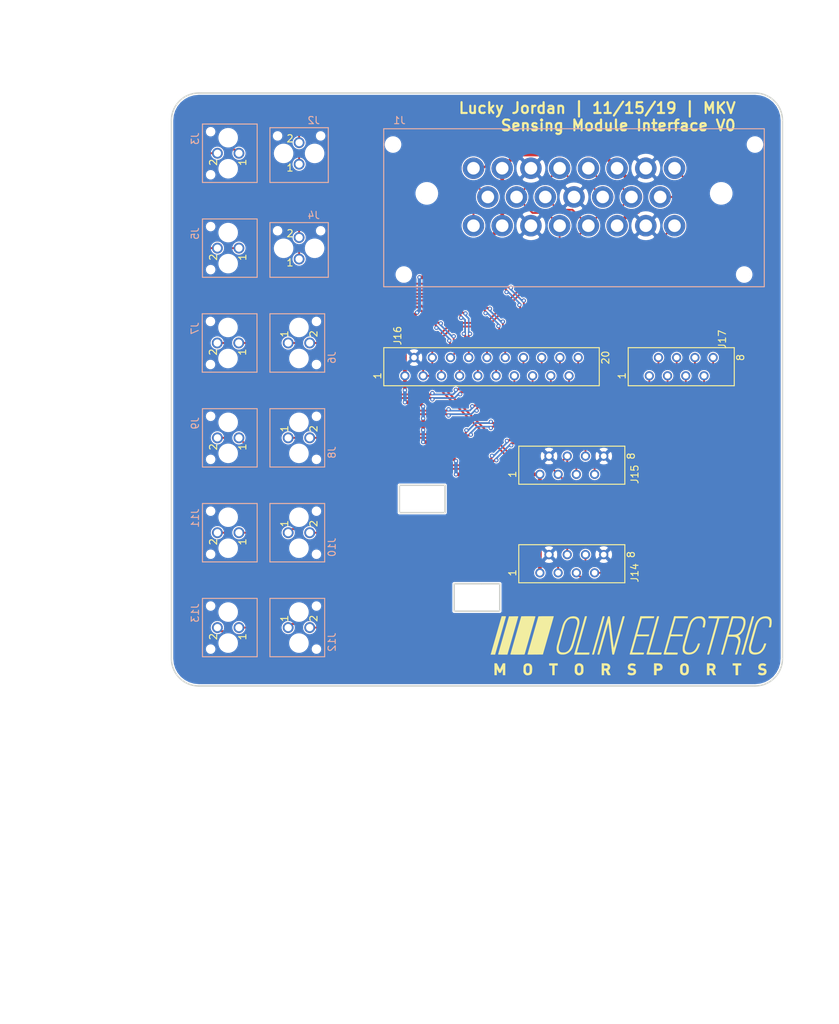
<source format=kicad_pcb>
(kicad_pcb (version 20211014) (generator pcbnew)
  (layers (0 "F.Cu" signal) (31 "B.Cu" signal) (34 "B.Paste" user) (35 "F.Paste" user) (36 "B.SilkS" user "B.Silkscreen") (37 "F.SilkS" user "F.Silkscreen") (38 "B.Mask" user) (39 "F.Mask" user) (44 "Edge.Cuts" user))
  (net 0 "")
  (net 1 "/12V")
  (net 2 "/LINEAR_POT_-")
  (net 3 "/GND")
  (net 4 "/LINEAR_POT_SENSE")
  (net 5 "/LINEAR_POT_+")
  (net 6 "/HALL_EFFECT_-")
  (net 7 "/HALL_EFFECT_SENSE")
  (net 8 "/HALL_EFFECT_+")
  (net 9 "/STRAIN_GAUGE_1_-")
  (net 10 "/STRAIN_GAUGE_1_+")
  (net 11 "/STRAIN_GAUGE_2_+")
  (net 12 "/STRAIN_GAUGE_2_-")
  (net 13 "/STRAIN_GAUGE_3_-")
  (net 14 "/STRAIN_GAUGE_3_+")
  (net 15 "/STRAIN_GAUGE_4_+")
  (net 16 "/STRAIN_GAUGE_4_-")
  (net 17 "/STRAIN_GAUGE_5_-")
  (net 18 "/STRAIN_GAUGE_5_+")
  (net 19 "/STRAIN_GAUGE_6_+")
  (net 20 "/STRAIN_GAUGE_6_-")
  (net 21 "/STRAIN_GAUGE_7_+")
  (net 22 "/STRAIN_GAUGE_7_-")
  (net 23 "/STRAIN_GAUGE_8_-")
  (net 24 "/STRAIN_GAUGE_8_+")
  (net 25 "/STRAIN_GAUGE_9_+")
  (net 26 "/STRAIN_GAUGE_9_-")
  (net 27 "/STRAIN_GAUGE_10_-")
  (net 28 "/STRAIN_GAUGE_10_+")
  (net 29 "/STRAIN_GAUGE_11_+")
  (net 30 "/STRAIN_GAUGE_11_-")
  (net 31 "/STRAIN_GAUGE_12_-")
  (net 32 "/STRAIN_GAUGE_12_+")
  (net 33 "/CAN_P")
  (net 34 "/CAN_N")
  (footprint "footprints:Logo_Large" (layer "F.Cu") (at 150.368 134.112)
    (fp_text reference "G***" hide)
    (fp_text value "LOGO" hide)
  )
  (footprint "footprints:micromatch_female_ra_8" (layer "F.Cu") (at 157.988 96.52 90)
    (fp_text reference "J17")
    (fp_text value "MM_M_VT_08" hide)
  )
  (footprint "footprints:micromatch_female_ra_8" (layer "F.Cu") (at 142.748 123.952 90)
    (fp_text reference "J14")
    (fp_text value "MM_M_VT_08" hide)
  )
  (footprint "footprints:micromatch_female_ra_8" (layer "F.Cu") (at 142.748 110.236 90)
    (fp_text reference "J15")
    (fp_text value "MM_M_VT_08" hide)
  )
  (footprint "footprints:micromatch_female_ra_20" (layer "F.Cu") (at 123.952 96.52 90)
    (fp_text reference "J16")
    (fp_text value "MM_M_VT_20" hide)
  )
  (footprint "footprints:MicroFit_V_2" (layer "B.Cu") (at 102.616 131.572 90)
    (fp_text reference "J12")
    (fp_text value "MicroFit_V_2")
  )
  (footprint "footprints:Ampseal_23" (layer "B.Cu") (at 121.92 71.12)
    (fp_text reference "J1")
    (fp_text value "Ampseal_23_VT")
  )
  (footprint "footprints:MicroFit_V_2" (layer "B.Cu") (at 104.14 80.264 180)
    (fp_text reference "J4")
    (fp_text value "MicroFit_V_2")
  )
  (footprint "footprints:MicroFit_V_2" (layer "B.Cu") (at 95.758 78.74 -90)
    (fp_text reference "J5")
    (fp_text value "MicroFit_V_2")
  )
  (footprint "footprints:MicroFit_V_2" (layer "B.Cu") (at 102.616 91.948 90)
    (fp_text reference "J6")
    (fp_text value "MicroFit_V_2")
  )
  (footprint "footprints:MicroFit_V_2" (layer "B.Cu") (at 95.7326 91.948 -90)
    (fp_text reference "J7")
    (fp_text value "MicroFit_V_2")
  )
  (footprint "footprints:MicroFit_V_2" (layer "B.Cu") (at 102.616 105.156 90)
    (fp_text reference "J8")
    (fp_text value "MicroFit_V_2")
  )
  (footprint "footprints:MicroFit_V_2" (layer "B.Cu") (at 95.758 105.156 -90)
    (fp_text reference "J9")
    (fp_text value "MicroFit_V_2")
  )
  (footprint "footprints:MicroFit_V_2" (layer "B.Cu") (at 102.616 118.364 90)
    (fp_text reference "J10")
    (fp_text value "MicroFit_V_2")
  )
  (footprint "footprints:MicroFit_V_2" (layer "B.Cu") (at 95.758 118.364 -90)
    (fp_text reference "J11")
    (fp_text value "MicroFit_V_2")
  )
  (footprint "footprints:MicroFit_V_2" (layer "B.Cu") (at 95.758 131.572 -90)
    (fp_text reference "J13")
    (fp_text value "MicroFit_V_2")
  )
  (footprint "footprints:MicroFit_V_2" (layer "B.Cu") (at 95.758 65.532 -90)
    (fp_text reference "J3")
    (fp_text value "MicroFit_V_2")
  )
  (footprint "footprints:MicroFit_V_2" (layer "B.Cu") (at 104.14 67.056 180)
    (fp_text reference "J2")
    (fp_text value "MicroFit_V_2")
  )
  (gr_line (start 132.08 125.476) (end 132.08 129.286) (layer "Edge.Cuts") (width 0.2))
  (gr_line (start 125.73 129.286) (end 125.73 125.476) (layer "Edge.Cuts") (width 0.2))
  (gr_line (start 129.54 125.476) (end 132.08 125.476) (layer "Edge.Cuts") (width 0.2))
  (gr_line (start 132.08 129.286) (end 125.73 129.286) (layer "Edge.Cuts") (width 0.2))
  (gr_line (start 125.73 125.476) (end 129.54 125.476) (layer "Edge.Cuts") (width 0.2))
  (gr_line (start 118.11 111.76) (end 121.92 111.76) (layer "Edge.Cuts") (width 0.2))
  (gr_line (start 124.46 115.57) (end 118.11 115.57) (layer "Edge.Cuts") (width 0.2))
  (gr_line (start 121.92 111.76) (end 124.46 111.76) (layer "Edge.Cuts") (width 0.2))
  (gr_line (start 118.11 115.57) (end 118.11 111.76) (layer "Edge.Cuts") (width 0.2))
  (gr_line (start 124.46 111.76) (end 124.46 115.57) (layer "Edge.Cuts") (width 0.2))
  (gr_arc (start 171.449999 135.890001) (mid 170.334076 138.584077) (end 167.64 139.7) (layer "Edge.Cuts") (width 0.2))
  (gr_line (start 167.64 57.15) (end 90.169999 57.15) (layer "Edge.Cuts") (width 0.2))
  (gr_arc (start 90.169999 139.7) (mid 87.475923 138.584076) (end 86.360001 135.89) (layer "Edge.Cuts") (width 0.2))
  (gr_line (start 171.45 135.890001) (end 171.45 60.96) (layer "Edge.Cuts") (width 0.2))
  (gr_line (start 86.36 60.96) (end 86.36 135.890001) (layer "Edge.Cuts") (width 0.2))
  (gr_arc (start 86.36 60.96) (mid 87.475923 58.265923) (end 90.17 57.15) (layer "Edge.Cuts") (width 0.2))
  (gr_arc (start 167.64 57.15) (mid 170.334077 58.265923) (end 171.45 60.96) (layer "Edge.Cuts") (width 0.2))
  (gr_line (start 90.169999 139.7) (end 167.64 139.7) (layer "Edge.Cuts") (width 0.2))
  (gr_text "Lucky Jordan | 11/15/19 | MKV\nSensing Module Interface V0" (at 165.1 60.452) (layer "F.SilkS") (effects (font (size 1.5 1.5) (thickness 0.3)) (justify right)))
  (segment (start 120.566717 87.713283) (end 118.872 89.408) (width 0.508) (layer "F.Cu") (net 1))
  (segment (start 125.984 110.236) (end 137.668 110.236) (width 0.508) (layer "F.Cu") (net 1))
  (segment (start 118.872 96.52) (end 118.872 98.524868) (width 0.508) (layer "F.Cu") (net 1))
  (segment (start 150.326401 73.713599) (end 151.330401 73.713599) (width 0.508) (layer "F.Cu") (net 1))
  (segment (start 146.513599 65.713599) (end 146.920001 66.120001) (width 0.508) (layer "F.Cu") (net 1))
  (segment (start 149.919999 69.119999) (end 148.42 67.62) (width 0.508) (layer "F.Cu") (net 1))
  (segment (start 121.412 102.452714) (end 121.412 104.0678) (width 0.508) (layer "F.Cu") (net 1))
  (segment (start 118.872 100.197268) (end 120.828954 100.197268) (width 0.508) (layer "F.Cu") (net 1))
  (segment (start 146.920001 66.120001) (end 148.42 67.62) (width 0.508) (layer "F.Cu") (net 1))
  (segment (start 132.42 75.62) (end 132.42 67.62) (width 0.508) (layer "F.Cu") (net 1))
  (segment (start 118.872 89.408) (end 118.872 96.52) (width 0.508) (layer "F.Cu") (net 1))
  (segment (start 148.42 75.62) (end 150.326401 73.713599) (width 0.508) (layer "F.Cu") (net 1))
  (segment (start 132.42 75.62) (end 125.236 82.804) (width 0.508) (layer "F.Cu") (net 1))
  (segment (start 123.3404 105.7402) (end 125.984 108.3838) (width 0.508) (layer "F.Cu") (net 1))
  (segment (start 121.412 105.7402) (end 123.3404 105.7402) (width 0.508) (layer "F.Cu") (net 1))
  (segment (start 120.828954 100.197268) (end 121.412 100.780314) (width 0.508) (layer "F.Cu") (net 1))
  (segment (start 137.668 110.236) (end 137.668 123.952) (width 0.508) (layer "F.Cu") (net 1))
  (segment (start 150.741473 69.119999) (end 149.919999 69.119999) (width 0.508) (layer "F.Cu") (net 1))
  (segment (start 132.42 67.62) (end 134.326401 65.713599) (width 0.508) (layer "F.Cu") (net 1))
  (segment (start 134.326401 65.713599) (end 146.513599 65.713599) (width 0.508) (layer "F.Cu") (net 1))
  (segment (start 125.236 82.804) (end 120.904 82.804) (width 0.508) (layer "F.Cu") (net 1))
  (segment (start 152.326401 70.704927) (end 150.741473 69.119999) (width 0.508) (layer "F.Cu") (net 1))
  (segment (start 152.326401 72.717599) (end 152.326401 70.704927) (width 0.508) (layer "F.Cu") (net 1))
  (segment (start 151.330401 73.713599) (end 152.326401 72.717599) (width 0.508) (layer "F.Cu") (net 1))
  (via (at 118.872 98.524868) (size 0.6096) (drill 0.3048) (layers "F.Cu" "B.Cu") (net 1))
  (via (at 120.566717 87.713283) (size 0.6096) (drill 0.3048) (layers "F.Cu" "B.Cu") (net 1))
  (via (at 120.904 82.804) (size 0.6096) (drill 0.3048) (layers "F.Cu" "B.Cu") (net 1))
  (via (at 121.412 100.780314) (size 0.6096) (drill 0.3048) (layers "F.Cu" "B.Cu") (net 1))
  (via (at 125.984 110.236) (size 0.6096) (drill 0.3048) (layers "F.Cu" "B.Cu") (net 1))
  (via (at 125.984 108.3838) (size 0.6096) (drill 0.3048) (layers "F.Cu" "B.Cu") (net 1))
  (via (at 118.872 100.197268) (size 0.6096) (drill 0.3048) (layers "F.Cu" "B.Cu") (net 1))
  (via (at 121.412 105.7402) (size 0.6096) (drill 0.3048) (layers "F.Cu" "B.Cu") (net 1))
  (via (at 121.412 102.452714) (size 0.6096) (drill 0.3048) (layers "F.Cu" "B.Cu") (net 1))
  (via (at 121.412 104.0678) (size 0.6096) (drill 0.3048) (layers "F.Cu" "B.Cu") (net 1))
  (segment (start 120.904 87.376) (end 120.566717 87.713283) (width 0.508) (layer "B.Cu") (net 1))
  (segment (start 118.872 98.524868) (end 118.872 100.197268) (width 0.508) (layer "B.Cu") (net 1))
  (segment (start 121.412 100.780314) (end 121.412 102.452714) (width 0.508) (layer "B.Cu") (net 1))
  (segment (start 125.984 108.3838) (end 125.984 110.236) (width 0.508) (layer "B.Cu") (net 1))
  (segment (start 120.904 82.804) (end 120.904 87.376) (width 0.508) (layer "B.Cu") (net 1))
  (segment (start 121.412 104.0678) (end 121.412 105.7402) (width 0.508) (layer "B.Cu") (net 1))
  (segment (start 145.288 99.1935) (end 145.288 110.236) (width 0.254) (layer "F.Cu") (net 2))
  (segment (start 156.42 67.62) (end 159.004 70.204) (width 0.254) (layer "F.Cu") (net 2))
  (segment (start 155.73282 79.53793) (end 155.732819 88.748681) (width 0.254) (layer "F.Cu") (net 2))
  (segment (start 159.004 76.26675) (end 155.73282 79.53793) (width 0.254) (layer "F.Cu") (net 2))
  (segment (start 155.732819 88.748681) (end 145.288 99.1935) (width 0.254) (layer "F.Cu") (net 2))
  (segment (start 159.004 70.204) (end 159.004 76.26675) (width 0.254) (layer "F.Cu") (net 2))
  (segment (start 158.199401 73.278081) (end 158.199401 76.496599) (width 0.254) (layer "F.Cu") (net 4))
  (segment (start 154.42 71.62) (end 156.54132 71.62) (width 0.254) (layer "F.Cu") (net 4))
  (segment (start 155.32641 88.58034) (end 144.018 99.88875) (width 0.254) (layer "F.Cu") (net 4))
  (segment (start 155.326411 79.369589) (end 155.32641 88.58034) (width 0.254) (layer "F.Cu") (net 4))
  (segment (start 156.54132 71.62) (end 158.199401 73.278081) (width 0.254) (layer "F.Cu") (net 4))
  (segment (start 158.199401 76.496599) (end 155.326411 79.369589) (width 0.254) (layer "F.Cu") (net 4))
  (segment (start 144.018 99.88875) (end 144.018 107.696) (width 0.254) (layer "F.Cu") (net 4))
  (segment (start 154.920001 77.119999) (end 154.920001 88.411999) (width 0.254) (layer "F.Cu") (net 5))
  (segment (start 154.920001 88.411999) (end 143.088599 100.243401) (width 0.254) (layer "F.Cu") (net 5))
  (segment (start 143.088599 108.976163) (end 142.748 109.316762) (width 0.254) (layer "F.Cu") (net 5))
  (segment (start 143.088599 100.243401) (end 143.088599 108.976163) (width 0.254) (layer "F.Cu") (net 5))
  (segment (start 156.42 75.62) (end 154.920001 77.119999) (width 0.254) (layer "F.Cu") (net 5))
  (segment (start 142.748 109.316762) (end 142.748 110.236) (width 0.254) (layer "F.Cu") (net 5))
  (segment (start 156.139229 79.706271) (end 156.139228 88.917022) (width 0.254) (layer "F.Cu") (net 6))
  (segment (start 159.410409 76.435091) (end 156.139229 79.706271) (width 0.254) (layer "F.Cu") (net 6))
  (segment (start 129.786486 67.62) (end 132.226297 65.180189) (width 0.254) (layer "F.Cu") (net 6))
  (segment (start 146.207238 123.952) (end 145.288 123.952) (width 0.254) (layer "F.Cu") (net 6))
  (segment (start 132.226297 65.180189) (end 156.613703 65.180189) (width 0.254) (layer "F.Cu") (net 6))
  (segment (start 156.139228 88.917022) (end 148.336 96.72025) (width 0.254) (layer "F.Cu") (net 6))
  (segment (start 148.336 96.72025) (end 148.336 121.823238) (width 0.254) (layer "F.Cu") (net 6))
  (segment (start 148.336 121.823238) (end 146.207238 123.952) (width 0.254) (layer "F.Cu") (net 6))
  (segment (start 156.613703 65.180189) (end 159.41041 67.976896) (width 0.254) (layer "F.Cu") (net 6))
  (segment (start 159.41041 67.976896) (end 159.410409 76.435091) (width 0.254) (layer "F.Cu") (net 6))
  (segment (start 128.42 67.62) (end 129.786486 67.62) (width 0.254) (layer "F.Cu") (net 6))
  (segment (start 144.018 124.057514) (end 144.018 122.331238) (width 0.254) (layer "F.Cu") (net 7))
  (segment (start 156.545637 89.085363) (end 148.74241 96.88859) (width 0.254) (layer "F.Cu") (net 7))
  (segment (start 128.920001 70.120001) (end 128.286487 70.120001) (width 0.254) (layer "F.Cu") (net 7))
  (segment (start 156.782044 64.77378) (end 159.816819 67.808557) (width 0.254) (layer "F.Cu") (net 7))
  (segment (start 159.816818 76.603432) (end 156.545638 79.874612) (width 0.254) (layer "F.Cu") (net 7))
  (segment (start 126.640599 66.765887) (end 128.632707 64.773779) (width 0.254) (layer "F.Cu") (net 7))
  (segment (start 148.742409 121.991579) (end 145.852587 124.881401) (width 0.254) (layer "F.Cu") (net 7))
  (segment (start 144.841887 124.881401) (end 144.018 124.057514) (width 0.254) (layer "F.Cu") (net 7))
  (segment (start 128.286487 70.120001) (end 126.640599 68.474113) (width 0.254) (layer "F.Cu") (net 7))
  (segment (start 148.74241 96.88859) (end 148.742409 121.991579) (width 0.254) (layer "F.Cu") (net 7))
  (segment (start 159.816819 67.808557) (end 159.816818 76.603432) (width 0.254) (layer "F.Cu") (net 7))
  (segment (start 128.632707 64.773779) (end 156.782044 64.77378) (width 0.254) (layer "F.Cu") (net 7))
  (segment (start 126.640599 68.474113) (end 126.640599 66.765887) (width 0.254) (layer "F.Cu") (net 7))
  (segment (start 144.018 122.331238) (end 144.018 121.412) (width 0.254) (layer "F.Cu") (net 7))
  (segment (start 145.852587 124.881401) (end 144.841887 124.881401) (width 0.254) (layer "F.Cu") (net 7))
  (segment (start 156.545638 79.874612) (end 156.545637 89.085363) (width 0.254) (layer "F.Cu") (net 7))
  (segment (start 130.42 71.62) (end 128.920001 70.120001) (width 0.254) (layer "F.Cu") (net 7))
  (segment (start 143.397999 124.601999) (end 142.748 123.952) (width 0.254) (layer "F.Cu") (net 8))
  (segment (start 156.972 88.9) (end 156.952047 88.919953) (width 0.254) (layer "F.Cu") (net 8))
  (segment (start 156.950385 64.367371) (end 160.223228 67.640218) (width 0.254) (layer "F.Cu") (net 8))
  (segment (start 149.148819 97.056931) (end 149.148818 122.15992) (width 0.254) (layer "F.Cu") (net 8))
  (segment (start 149.148818 122.15992) (end 146.020927 125.287811) (width 0.254) (layer "F.Cu") (net 8))
  (segment (start 160.223228 67.640218) (end 160.223227 76.771773) (width 0.254) (layer "F.Cu") (net 8))
  (segment (start 156.972 80.023) (end 156.972 88.9) (width 0.254) (layer "F.Cu") (net 8))
  (segment (start 128.464368 64.36737) (end 156.950385 64.367371) (width 0.254) (layer "F.Cu") (net 8))
  (segment (start 146.020927 125.287811) (end 144.083811 125.287811) (width 0.254) (layer "F.Cu") (net 8))
  (segment (start 144.083811 125.287811) (end 143.397999 124.601999) (width 0.254) (layer "F.Cu") (net 8))
  (segment (start 128.42 73.49868) (end 126.234189 71.312869) (width 0.254) (layer "F.Cu") (net 8))
  (segment (start 128.42 75.62) (end 128.42 73.49868) (width 0.254) (layer "F.Cu") (net 8))
  (segment (start 156.952046 89.253704) (end 149.148819 97.056931) (width 0.254) (layer "F.Cu") (net 8))
  (segment (start 126.23419 66.597546) (end 128.464368 64.36737) (width 0.254) (layer "F.Cu") (net 8))
  (segment (start 156.952047 88.919953) (end 156.952046 89.253704) (width 0.254) (layer "F.Cu") (net 8))
  (segment (start 126.234189 71.312869) (end 126.23419 66.597546) (width 0.254) (layer "F.Cu") (net 8))
  (segment (start 160.223227 76.771773) (end 156.972 80.023) (width 0.254) (layer "F.Cu") (net 8))
  (segment (start 104.14 64.0588) (end 104.14 62.332382) (width 0.254) (layer "F.Cu") (net 9))
  (segment (start 89.905086 85.79121) (end 94.275592 85.79121) (width 0.254) (layer "F.Cu") (net 9))
  (segment (start 120.822986 86.430604) (end 123.617269 89.224887) (width 0.254) (layer "F.Cu") (net 9))
  (segment (start 94.275597 85.791205) (end 116.335191 85.791205) (width 0.254) (layer "F.Cu") (net 9))
  (segment (start 94.275592 85.79121) (end 94.275597 85.791205) (width 0.254) (layer "F.Cu") (net 9))
  (segment (start 104.14 62.332382) (end 102.765618 60.958) (width 0.254) (layer "F.Cu") (net 9))
  (segment (start 102.765618 60.958) (end 91.036382 60.958) (width 0.254) (layer "F.Cu") (net 9))
  (segment (start 125.659113 92.535045) (end 125.871999 92.747931) (width 0.254) (layer "F.Cu") (net 9))
  (segment (start 125.871999 92.747931) (end 125.871999 93.330001) (width 0.254) (layer "F.Cu") (net 9))
  (segment (start 116.335191 85.791205) (end 116.97459 86.430604) (width 0.254) (layer "F.Cu") (net 9))
  (segment (start 125.871999 93.330001) (end 125.222 93.98) (width 0.254) (layer "F.Cu") (net 9))
  (segment (start 116.97459 86.430604) (end 120.822986 86.430604) (width 0.254) (layer "F.Cu") (net 9))
  (segment (start 125.659113 91.015283) (end 125.659113 92.535045) (width 0.254) (layer "F.Cu") (net 9))
  (segment (start 87.8392 64.155182) (end 87.8392 83.725324) (width 0.254) (layer "F.Cu") (net 9))
  (segment (start 123.617269 89.224887) (end 123.868717 89.224887) (width 0.254) (layer "F.Cu") (net 9))
  (segment (start 91.036382 60.958) (end 87.8392 64.155182) (width 0.254) (layer "F.Cu") (net 9))
  (segment (start 87.8392 83.725324) (end 89.905086 85.79121) (width 0.254) (layer "F.Cu") (net 9))
  (via (at 123.868717 89.224887) (size 0.6096) (drill 0.3048) (layers "F.Cu" "B.Cu") (net 9))
  (via (at 125.659113 91.015283) (size 0.6096) (drill 0.3048) (layers "F.Cu" "B.Cu") (net 9))
  (segment (start 123.868717 89.224887) (end 123.868717 89.476335) (width 0.254) (layer "B.Cu") (net 9))
  (segment (start 125.407665 91.015283) (end 125.659113 91.015283) (width 0.254) (layer "B.Cu") (net 9))
  (segment (start 123.868717 89.476335) (end 125.407665 91.015283) (width 0.254) (layer "B.Cu") (net 9))
  (segment (start 116.765831 86.934595) (end 116.126441 86.295205) (width 0.254) (layer "F.Cu") (net 10))
  (segment (start 94.066819 86.295201) (end 89.696313 86.295201) (width 0.254) (layer "F.Cu") (net 10))
  (segment (start 123.952 95.600762) (end 123.952 96.52) (width 0.254) (layer "F.Cu") (net 10))
  (segment (start 123.260887 89.832717) (end 123.260887 89.581269) (width 0.254) (layer "F.Cu") (net 10))
  (segment (start 87.3352 83.934088) (end 87.3352 63.946418) (width 0.254) (layer "F.Cu") (net 10))
  (segment (start 105.181401 64.558673) (end 104.14 65.600074) (width 0.254) (layer "F.Cu") (net 10))
  (segment (start 105.181401 62.661019) (end 105.181401 64.558673) (width 0.254) (layer "F.Cu") (net 10))
  (segment (start 87.3352 63.946418) (end 90.827618 60.454) (width 0.254) (layer "F.Cu") (net 10))
  (segment (start 120.614213 86.934595) (end 116.765831 86.934595) (width 0.254) (layer "F.Cu") (net 10))
  (segment (start 89.696313 86.295201) (end 87.3352 83.934088) (width 0.254) (layer "F.Cu") (net 10))
  (segment (start 125.051283 91.623113) (end 125.155113 91.726943) (width 0.254) (layer "F.Cu") (net 10))
  (segment (start 104.14 65.600074) (end 104.14 65.97837) (width 0.254) (layer "F.Cu") (net 10))
  (segment (start 123.952 93.874486) (end 123.952 95.600762) (width 0.254) (layer "F.Cu") (net 10))
  (segment (start 94.066823 86.295205) (end 94.066819 86.295201) (width 0.254) (layer "F.Cu") (net 10))
  (segment (start 125.155113 92.671373) (end 123.952 93.874486) (width 0.254) (layer "F.Cu") (net 10))
  (segment (start 102.974382 60.454) (end 105.181401 62.661019) (width 0.254) (layer "F.Cu") (net 10))
  (segment (start 104.14 65.97837) (end 104.14 67.056) (width 0.254) (layer "F.Cu") (net 10))
  (segment (start 125.155113 91.726943) (end 125.155113 92.671373) (width 0.254) (layer "F.Cu") (net 10))
  (segment (start 116.126441 86.295205) (end 94.066823 86.295205) (width 0.254) (layer "F.Cu") (net 10))
  (segment (start 123.260887 89.581269) (end 120.614213 86.934595) (width 0.254) (layer "F.Cu") (net 10))
  (segment (start 90.827618 60.454) (end 102.974382 60.454) (width 0.254) (layer "F.Cu") (net 10))
  (via (at 123.260887 89.832717) (size 0.6096) (drill 0.3048) (layers "F.Cu" "B.Cu") (net 10))
  (via (at 125.051283 91.623113) (size 0.6096) (drill 0.3048) (layers "F.Cu" "B.Cu") (net 10))
  (segment (start 123.512335 89.832717) (end 125.051283 91.371665) (width 0.254) (layer "B.Cu") (net 10))
  (segment (start 125.051283 91.371665) (end 125.051283 91.623113) (width 0.254) (layer "B.Cu") (net 10))
  (segment (start 123.260887 89.832717) (end 123.512335 89.832717) (width 0.254) (layer "B.Cu") (net 10))
  (segment (start 127.0782 90.674) (end 127.256 90.8518) (width 0.254) (layer "F.Cu") (net 11))
  (segment (start 126.696085 88.194467) (end 124.525816 86.024198) (width 0.254) (layer "F.Cu") (net 11))
  (segment (start 93.192599 64.490599) (end 93.726 65.024) (width 0.254) (layer "F.Cu") (net 11))
  (segment (start 95.25 65.024) (end 95.758 65.532) (width 0.254) (layer "F.Cu") (net 11))
  (segment (start 123.767816 86.024198) (end 123.767812 86.024194) (width 0.254) (layer "F.Cu") (net 11))
  (segment (start 90.073414 85.3848) (end 88.2456 83.556986) (width 0.254) (layer "F.Cu") (net 11))
  (segment (start 126.492 93.874486) (end 126.492 95.600762) (width 0.254) (layer "F.Cu") (net 11))
  (segment (start 91.617019 64.490599) (end 93.192599 64.490599) (width 0.254) (layer "F.Cu") (net 11))
  (segment (start 88.2456 67.862018) (end 91.617019 64.490599) (width 0.254) (layer "F.Cu") (net 11))
  (segment (start 117.14293 86.024194) (end 116.503536 85.3848) (width 0.254) (layer "F.Cu") (net 11))
  (segment (start 93.726 65.024) (end 95.25 65.024) (width 0.254) (layer "F.Cu") (net 11))
  (segment (start 126.492 95.600762) (end 126.492 96.52) (width 0.254) (layer "F.Cu") (net 11))
  (segment (start 123.767812 86.024194) (end 117.14293 86.024194) (width 0.254) (layer "F.Cu") (net 11))
  (segment (start 116.503536 85.3848) (end 90.073414 85.3848) (width 0.254) (layer "F.Cu") (net 11))
  (segment (start 127.256 90.8518) (end 127.256 93.110486) (width 0.254) (layer "F.Cu") (net 11))
  (segment (start 126.696085 88.445915) (end 126.696085 88.194467) (width 0.254) (layer "F.Cu") (net 11))
  (segment (start 88.2456 83.556986) (end 88.2456 67.862018) (width 0.254) (layer "F.Cu") (net 11))
  (segment (start 124.525816 86.024198) (end 123.767816 86.024198) (width 0.254) (layer "F.Cu") (net 11))
  (segment (start 127.256 93.110486) (end 126.492 93.874486) (width 0.254) (layer "F.Cu") (net 11))
  (via (at 126.696085 88.445915) (size 0.6096) (drill 0.3048) (layers "F.Cu" "B.Cu") (net 11))
  (via (at 127.0782 90.674) (size 0.6096) (drill 0.3048) (layers "F.Cu" "B.Cu") (net 11))
  (segment (start 127.256 90.4962) (end 127.0782 90.674) (width 0.254) (layer "B.Cu") (net 11))
  (segment (start 127.256 88.754382) (end 127.256 90.4962) (width 0.254) (layer "B.Cu") (net 11))
  (segment (start 126.696085 88.445915) (end 126.947533 88.445915) (width 0.254) (layer "B.Cu") (net 11))
  (segment (start 126.947533 88.445915) (end 127.256 88.754382) (width 0.254) (layer "B.Cu") (net 11))
  (segment (start 116.712286 84.8808) (end 90.282178 84.8808) (width 0.254) (layer "F.Cu") (net 12))
  (segment (start 117.351689 85.520203) (end 116.712286 84.8808) (width 0.254) (layer "F.Cu") (net 12))
  (segment (start 91.288382 65.532) (end 92.7608 65.532) (width 0.254) (layer "F.Cu") (net 12))
  (segment (start 123.97659 85.520198) (end 123.976585 85.520203) (width 0.254) (layer "F.Cu") (net 12))
  (segment (start 88.7496 83.348222) (end 88.7496 68.070782) (width 0.254) (layer "F.Cu") (net 12))
  (segment (start 127.9378 90.674) (end 127.76 90.8518) (width 0.254) (layer "F.Cu") (net 12))
  (segment (start 88.7496 68.070782) (end 91.288382 65.532) (width 0.254) (layer "F.Cu") (net 12))
  (segment (start 123.976585 85.520203) (end 117.351689 85.520203) (width 0.254) (layer "F.Cu") (net 12))
  (segment (start 127.76 90.8518) (end 127.76 92.456) (width 0.254) (layer "F.Cu") (net 12))
  (segment (start 127.052467 87.838085) (end 124.73458 85.520198) (width 0.254) (layer "F.Cu") (net 12))
  (segment (start 90.282178 84.8808) (end 88.7496 83.348222) (width 0.254) (layer "F.Cu") (net 12))
  (segment (start 127.762 92.458) (end 127.76 92.456) (width 0.254) (layer "F.Cu") (net 12))
  (segment (start 127.303915 87.838085) (end 127.052467 87.838085) (width 0.254) (layer "F.Cu") (net 12))
  (segment (start 127.762 93.98) (end 127.762 92.458) (width 0.254) (layer "F.Cu") (net 12))
  (segment (start 124.73458 85.520198) (end 123.97659 85.520198) (width 0.254) (layer "F.Cu") (net 12))
  (via (at 127.303915 87.838085) (size 0.6096) (drill 0.3048) (layers "F.Cu" "B.Cu") (net 12))
  (via (at 127.9378 90.674) (size 0.6096) (drill 0.3048) (layers "F.Cu" "B.Cu") (net 12))
  (segment (start 127.303915 87.838085) (end 127.303915 88.089533) (width 0.254) (layer "B.Cu") (net 12))
  (segment (start 127.76 90.4962) (end 127.9378 90.674) (width 0.254) (layer "B.Cu") (net 12))
  (segment (start 127.76 88.545618) (end 127.76 90.4962) (width 0.254) (layer "B.Cu") (net 12))
  (segment (start 127.303915 88.089533) (end 127.76 88.545618) (width 0.254) (layer "B.Cu") (net 12))
  (segment (start 90.65928 83.9704) (end 89.66 82.97112) (width 0.254) (layer "F.Cu") (net 13))
  (segment (start 91.544382 74.166) (end 102.511618 74.166) (width 0.254) (layer "F.Cu") (net 13))
  (segment (start 130.302 93.98) (end 130.302 93.060762) (width 0.254) (layer "F.Cu") (net 13))
  (segment (start 126.114189 84.609797) (end 126.114184 84.609802) (width 0.254) (layer "F.Cu") (net 13))
  (segment (start 102.511618 74.166) (end 104.14 75.794382) (width 0.254) (layer "F.Cu") (net 13))
  (segment (start 104.14 75.794382) (end 104.14 77.2668) (width 0.254) (layer "F.Cu") (net 13))
  (segment (start 132.507269 88.980731) (end 132.507269 90.861113) (width 0.254) (layer "F.Cu") (net 13))
  (segment (start 117.089386 83.9704) (end 90.65928 83.9704) (width 0.254) (layer "F.Cu") (net 13))
  (segment (start 89.66 76.050382) (end 91.544382 74.166) (width 0.254) (layer "F.Cu") (net 13))
  (segment (start 132.507269 90.861113) (end 130.734191 92.634191) (width 0.254) (layer "F.Cu") (net 13))
  (segment (start 117.728788 84.609802) (end 117.089386 83.9704) (width 0.254) (layer "F.Cu") (net 13))
  (segment (start 130.70988 87.183342) (end 130.458432 87.183342) (width 0.254) (layer "F.Cu") (net 13))
  (segment (start 126.114184 84.609802) (end 117.728788 84.609802) (width 0.254) (layer "F.Cu") (net 13))
  (segment (start 130.302 93.060762) (end 130.728571 92.634191) (width 0.254) (layer "F.Cu") (net 13))
  (segment (start 130.458432 87.183342) (end 127.884887 84.609797) (width 0.254) (layer "F.Cu") (net 13))
  (segment (start 89.66 82.97112) (end 89.66 76.050382) (width 0.254) (layer "F.Cu") (net 13))
  (segment (start 127.884887 84.609797) (end 126.114189 84.609797) (width 0.254) (layer "F.Cu") (net 13))
  (segment (start 130.728571 92.634191) (end 130.734191 92.634191) (width 0.254) (layer "F.Cu") (net 13))
  (via (at 132.507269 88.980731) (size 0.6096) (drill 0.3048) (layers "F.Cu" "B.Cu") (net 13))
  (via (at 130.70988 87.183342) (size 0.6096) (drill 0.3048) (layers "F.Cu" "B.Cu") (net 13))
  (segment (start 130.70988 87.183342) (end 130.70988 87.43479) (width 0.254) (layer "B.Cu") (net 13))
  (segment (start 132.255821 88.980731) (end 132.507269 88.980731) (width 0.254) (layer "B.Cu") (net 13))
  (segment (start 130.70988 87.43479) (end 132.255821 88.980731) (width 0.254) (layer "B.Cu") (net 13))
  (segment (start 132.003269 90.652349) (end 129.032 93.623618) (width 0.254) (layer "F.Cu") (net 14))
  (segment (start 105.181401 76.123019) (end 105.181401 77.698599) (width 0.254) (layer "F.Cu") (net 14))
  (segment (start 91.335618 73.662) (end 102.720382 73.662) (width 0.254) (layer "F.Cu") (net 14))
  (segment (start 130.10205 87.791172) (end 130.10205 87.539724) (width 0.254) (layer "F.Cu") (net 14))
  (segment (start 127.676123 85.113797) (end 125.905415 85.113797) (width 0.254) (layer "F.Cu") (net 14))
  (segment (start 130.10205 87.539724) (end 127.676123 85.113797) (width 0.254) (layer "F.Cu") (net 14))
  (segment (start 104.14 78.74) (end 104.14 80.264) (width 0.254) (layer "F.Cu") (net 14))
  (segment (start 132.003269 89.692391) (end 132.003269 90.652349) (width 0.254) (layer "F.Cu") (net 14))
  (segment (start 90.450516 84.4744) (end 89.156 83.179884) (width 0.254) (layer "F.Cu") (net 14))
  (segment (start 89.156 75.841618) (end 91.335618 73.662) (width 0.254) (layer "F.Cu") (net 14))
  (segment (start 116.880636 84.4744) (end 90.450516 84.4744) (width 0.254) (layer "F.Cu") (net 14))
  (segment (start 105.181401 77.698599) (end 104.14 78.74) (width 0.254) (layer "F.Cu") (net 14))
  (segment (start 89.156 83.179884) (end 89.156 75.841618) (width 0.254) (layer "F.Cu") (net 14))
  (segment (start 117.520029 85.113793) (end 116.880636 84.4744) (width 0.254) (layer "F.Cu") (net 14))
  (segment (start 125.905411 85.113793) (end 117.520029 85.113793) (width 0.254) (layer "F.Cu") (net 14))
  (segment (start 102.720382 73.662) (end 105.181401 76.123019) (width 0.254) (layer "F.Cu") (net 14))
  (segment (start 131.899439 89.588561) (end 132.003269 89.692391) (width 0.254) (layer "F.Cu") (net 14))
  (segment (start 129.032 93.623618) (end 129.032 96.52) (width 0.254) (layer "F.Cu") (net 14))
  (segment (start 125.905415 85.113797) (end 125.905411 85.113793) (width 0.254) (layer "F.Cu") (net 14))
  (via (at 130.10205 87.791172) (size 0.6096) (drill 0.3048) (layers "F.Cu" "B.Cu") (net 14))
  (via (at 131.899439 89.588561) (size 0.6096) (drill 0.3048) (layers "F.Cu" "B.Cu") (net 14))
  (segment (start 130.353498 87.791172) (end 131.899439 89.337113) (width 0.254) (layer "B.Cu") (net 14))
  (segment (start 131.899439 89.337113) (end 131.899439 89.588561) (width 0.254) (layer "B.Cu") (net 14))
  (segment (start 130.10205 87.791172) (end 130.353498 87.791172) (width 0.254) (layer "B.Cu") (net 14))
  (segment (start 91.871019 77.698599) (end 93.192599 77.698599) (width 0.254) (layer "F.Cu") (net 15))
  (segment (start 93.192599 77.698599) (end 94.234 78.74) (width 0.254) (layer "F.Cu") (net 15))
  (segment (start 117.897128 84.203392) (end 117.257736 83.564) (width 0.254) (layer "F.Cu") (net 15))
  (segment (start 132.61501 84.203392) (end 117.897128 84.203392) (width 0.254) (layer "F.Cu") (net 15))
  (segment (start 133.026696 84.866526) (end 133.026696 84.615078) (width 0.254) (layer "F.Cu") (net 15))
  (segment (start 90.172 82.908382) (end 90.172 79.397618) (width 0.254) (layer "F.Cu") (net 15))
  (segment (start 134.920922 86.760752) (end 134.920922 89.748443) (width 0.254) (layer "F.Cu") (net 15))
  (segment (start 133.707627 90.979991) (end 131.572 93.115618) (width 0.254) (layer "F.Cu") (net 15))
  (segment (start 133.026696 84.615078) (end 132.61501 84.203392) (width 0.254) (layer "F.Cu") (net 15))
  (segment (start 133.707627 90.961738) (end 133.707627 90.979991) (width 0.254) (layer "F.Cu") (net 15))
  (segment (start 131.572 93.115618) (end 131.572 96.52) (width 0.254) (layer "F.Cu") (net 15))
  (segment (start 134.920922 89.748443) (end 133.707627 90.961738) (width 0.254) (layer "F.Cu") (net 15))
  (segment (start 94.234 78.74) (end 95.758 78.74) (width 0.254) (layer "F.Cu") (net 15))
  (segment (start 134.817092 86.656922) (end 134.920922 86.760752) (width 0.254) (layer "F.Cu") (net 15))
  (segment (start 90.827618 83.564) (end 90.172 82.908382) (width 0.254) (layer "F.Cu") (net 15))
  (segment (start 117.257736 83.564) (end 90.827618 83.564) (width 0.254) (layer "F.Cu") (net 15))
  (segment (start 90.172 79.397618) (end 91.871019 77.698599) (width 0.254) (layer "F.Cu") (net 15))
  (via (at 134.817092 86.656922) (size 0.6096) (drill 0.3048) (layers "F.Cu" "B.Cu") (net 15))
  (via (at 133.026696 84.866526) (size 0.6096) (drill 0.3048) (layers "F.Cu" "B.Cu") (net 15))
  (segment (start 133.026696 84.866526) (end 133.278144 84.866526) (width 0.254) (layer "B.Cu") (net 15))
  (segment (start 133.278144 84.866526) (end 134.817092 86.405474) (width 0.254) (layer "B.Cu") (net 15))
  (segment (start 134.817092 86.405474) (end 134.817092 86.656922) (width 0.254) (layer "B.Cu") (net 15))
  (segment (start 91.036382 83.06) (end 90.676 82.699618) (width 0.254) (layer "F.Cu") (net 16))
  (segment (start 133.383078 84.258696) (end 132.823783 83.699401) (width 0.254) (layer "F.Cu") (net 16))
  (segment (start 133.634526 84.258696) (end 133.383078 84.258696) (width 0.254) (layer "F.Cu") (net 16))
  (segment (start 91.542382 78.74) (end 92.7608 78.74) (width 0.254) (layer "F.Cu") (net 16))
  (segment (start 90.676 79.606382) (end 91.542382 78.74) (width 0.254) (layer "F.Cu") (net 16))
  (segment (start 132.842 92.558382) (end 133.646922 91.75346) (width 0.254) (layer "F.Cu") (net 16))
  (segment (start 135.424922 89.957207) (end 135.424922 86.049092) (width 0.254) (layer "F.Cu") (net 16))
  (segment (start 118.105887 83.699401) (end 117.466486 83.06) (width 0.254) (layer "F.Cu") (net 16))
  (segment (start 132.823783 83.699401) (end 118.105887 83.699401) (width 0.254) (layer "F.Cu") (net 16))
  (segment (start 132.842 93.98) (end 132.842 92.558382) (width 0.254) (layer "F.Cu") (net 16))
  (segment (start 90.676 82.699618) (end 90.676 79.606382) (width 0.254) (layer "F.Cu") (net 16))
  (segment (start 117.466486 83.06) (end 91.036382 83.06) (width 0.254) (layer "F.Cu") (net 16))
  (segment (start 133.646922 91.75346) (end 133.646922 91.735207) (width 0.254) (layer "F.Cu") (net 16))
  (segment (start 133.646922 91.735207) (end 135.424922 89.957207) (width 0.254) (layer "F.Cu") (net 16))
  (via (at 133.634526 84.258696) (size 0.6096) (drill 0.3048) (layers "F.Cu" "B.Cu") (net 16))
  (via (at 135.424922 86.049092) (size 0.6096) (drill 0.3048) (layers "F.Cu" "B.Cu") (net 16))
  (segment (start 133.634526 84.510144) (end 135.173474 86.049092) (width 0.254) (layer "B.Cu") (net 16))
  (segment (start 133.634526 84.258696) (end 133.634526 84.510144) (width 0.254) (layer "B.Cu") (net 16))
  (segment (start 135.173474 86.049092) (end 135.424922 86.049092) (width 0.254) (layer "B.Cu") (net 16))
  (segment (start 126.571165 98.829217) (end 126.596382 98.804) (width 0.254) (layer "F.Cu") (net 17))
  (segment (start 135.382 97.60475) (end 135.382 94.899238) (width 0.254) (layer "F.Cu") (net 17))
  (segment (start 134.18275 98.804) (end 135.382 97.60475) (width 0.254) (layer "F.Cu") (net 17))
  (segment (start 122.69604 99.790868) (end 122.51824 99.613068) (width 0.254) (layer "F.Cu") (net 17))
  (segment (start 126.571165 99.080665) (end 126.571165 98.829217) (width 0.254) (layer "F.Cu") (net 17))
  (segment (start 122.51824 99.613068) (end 114.496686 99.613068) (width 0.254) (layer "F.Cu") (net 17))
  (segment (start 126.596382 98.804) (end 134.18275 98.804) (width 0.254) (layer "F.Cu") (net 17))
  (segment (start 114.496686 99.613068) (end 106.831618 91.948) (width 0.254) (layer "F.Cu") (net 17))
  (segment (start 135.382 94.899238) (end 135.382 93.98) (width 0.254) (layer "F.Cu") (net 17))
  (segment (start 106.831618 91.948) (end 105.6132 91.948) (width 0.254) (layer "F.Cu") (net 17))
  (via (at 126.571165 99.080665) (size 0.6096) (drill 0.3048) (layers "F.Cu" "B.Cu") (net 17))
  (via (at 122.69604 99.790868) (size 0.6096) (drill 0.3048) (layers "F.Cu" "B.Cu") (net 17))
  (segment (start 125.787314 99.613068) (end 126.319717 99.080665) (width 0.254) (layer "B.Cu") (net 17))
  (segment (start 122.69604 99.790868) (end 122.87384 99.613068) (width 0.254) (layer "B.Cu") (net 17))
  (segment (start 122.87384 99.613068) (end 125.787314 99.613068) (width 0.254) (layer "B.Cu") (net 17))
  (segment (start 126.319717 99.080665) (end 126.571165 99.080665) (width 0.254) (layer "B.Cu") (net 17))
  (segment (start 125.963335 98.472835) (end 126.214783 98.472835) (width 0.254) (layer "F.Cu") (net 18))
  (segment (start 103.69363 91.948) (end 102.616 91.948) (width 0.254) (layer "F.Cu") (net 18))
  (segment (start 126.387618 98.3) (end 134.112 98.3) (width 0.254) (layer "F.Cu") (net 18))
  (segment (start 134.112 98.3) (end 134.112 96.52) (width 0.254) (layer "F.Cu") (net 18))
  (segment (start 126.214783 98.472835) (end 126.387618 98.3) (width 0.254) (layer "F.Cu") (net 18))
  (segment (start 106.364967 90.906599) (end 105.181401 90.906599) (width 0.254) (layer "F.Cu") (net 18))
  (segment (start 104.14 91.948) (end 103.69363 91.948) (width 0.254) (layer "F.Cu") (net 18))
  (segment (start 107.366191 91.769809) (end 107.228177 91.769809) (width 0.254) (layer "F.Cu") (net 18))
  (segment (start 107.228177 91.769809) (end 106.364967 90.906599) (width 0.254) (layer "F.Cu") (net 18))
  (segment (start 105.181401 90.906599) (end 104.14 91.948) (width 0.254) (layer "F.Cu") (net 18))
  (segment (start 122.69604 98.931268) (end 122.51824 99.109068) (width 0.254) (layer "F.Cu") (net 18))
  (segment (start 122.51824 99.109068) (end 114.70545 99.109068) (width 0.254) (layer "F.Cu") (net 18))
  (segment (start 114.70545 99.109068) (end 107.366191 91.769809) (width 0.254) (layer "F.Cu") (net 18))
  (via (at 125.963335 98.472835) (size 0.6096) (drill 0.3048) (layers "F.Cu" "B.Cu") (net 18))
  (via (at 122.69604 98.931268) (size 0.6096) (drill 0.3048) (layers "F.Cu" "B.Cu") (net 18))
  (segment (start 122.69604 98.931268) (end 122.87384 99.109068) (width 0.254) (layer "B.Cu") (net 18))
  (segment (start 125.57855 99.109068) (end 125.963335 98.724283) (width 0.254) (layer "B.Cu") (net 18))
  (segment (start 125.963335 98.724283) (end 125.963335 98.472835) (width 0.254) (layer "B.Cu") (net 18))
  (segment (start 122.87384 99.109068) (end 125.57855 99.109068) (width 0.254) (layer "B.Cu") (net 18))
  (segment (start 136.908 98.044) (end 136.652 97.788) (width 0.254) (layer "F.Cu") (net 19))
  (segment (start 97.384382 91.948) (end 102.974382 97.538) (width 0.254) (layer "F.Cu") (net 19))
  (segment (start 136.652 97.788) (end 136.652 96.52) (width 0.254) (layer "F.Cu") (net 19))
  (segment (start 128.927618 100.332) (end 135.531618 100.332) (width 0.254) (layer "F.Cu") (net 19))
  (segment (start 135.531618 100.332) (end 136.908 98.955618) (width 0.254) (layer "F.Cu") (net 19))
  (segment (start 124.773686 101.364514) (end 124.951486 101.186714) (width 0.254) (layer "F.Cu") (net 19))
  (segment (start 128.500783 100.758835) (end 128.927618 100.332) (width 0.254) (layer "F.Cu") (net 19))
  (segment (start 110.864896 101.364514) (end 124.773686 101.364514) (width 0.254) (layer "F.Cu") (net 19))
  (segment (start 128.249335 100.758835) (end 128.500783 100.758835) (width 0.254) (layer "F.Cu") (net 19))
  (segment (start 95.7326 91.948) (end 97.384382 91.948) (width 0.254) (layer "F.Cu") (net 19))
  (segment (start 107.038382 97.538) (end 110.864896 101.364514) (width 0.254) (layer "F.Cu") (net 19))
  (segment (start 102.974382 97.538) (end 107.038382 97.538) (width 0.254) (layer "F.Cu") (net 19))
  (segment (start 136.908 98.955618) (end 136.908 98.044) (width 0.254) (layer "F.Cu") (net 19))
  (via (at 128.249335 100.758835) (size 0.6096) (drill 0.3048) (layers "F.Cu" "B.Cu") (net 19))
  (via (at 124.951486 101.186714) (size 0.6096) (drill 0.3048) (layers "F.Cu" "B.Cu") (net 19))
  (segment (start 128.249335 101.010283) (end 128.249335 100.758835) (width 0.254) (layer "B.Cu") (net 19))
  (segment (start 125.129286 101.364514) (end 127.895104 101.364514) (width 0.254) (layer "B.Cu") (net 19))
  (segment (start 124.951486 101.186714) (end 125.129286 101.364514) (width 0.254) (layer "B.Cu") (net 19))
  (segment (start 127.895104 101.364514) (end 128.249335 101.010283) (width 0.254) (layer "B.Cu") (net 19))
  (segment (start 124.951486 102.046314) (end 124.773686 101.868514) (width 0.254) (layer "F.Cu") (net 20))
  (segment (start 94.191326 91.948) (end 92.7354 91.948) (width 0.254) (layer "F.Cu") (net 20))
  (segment (start 137.412 98.044) (end 137.922 97.534) (width 0.254) (layer "F.Cu") (net 20))
  (segment (start 128.857165 101.115217) (end 129.136382 100.836) (width 0.254) (layer "F.Cu") (net 20))
  (segment (start 96.333683 92.888191) (end 96.232473 92.989401) (width 0.254) (layer "F.Cu") (net 20))
  (segment (start 106.829618 98.042) (end 102.765618 98.042) (width 0.254) (layer "F.Cu") (net 20))
  (segment (start 96.232473 92.989401) (end 95.232727 92.989401) (width 0.254) (layer "F.Cu") (net 20))
  (segment (start 95.232727 92.989401) (end 94.191326 91.948) (width 0.254) (layer "F.Cu") (net 20))
  (segment (start 129.136382 100.836) (end 135.740382 100.836) (width 0.254) (layer "F.Cu") (net 20))
  (segment (start 102.765618 98.042) (end 97.611809 92.888191) (width 0.254) (layer "F.Cu") (net 20))
  (segment (start 97.611809 92.888191) (end 96.333683 92.888191) (width 0.254) (layer "F.Cu") (net 20))
  (segment (start 137.922 97.534) (end 137.922 93.98) (width 0.254) (layer "F.Cu") (net 20))
  (segment (start 124.773686 101.868514) (end 110.656132 101.868514) (width 0.254) (layer "F.Cu") (net 20))
  (segment (start 128.857165 101.366665) (end 128.857165 101.115217) (width 0.254) (layer "F.Cu") (net 20))
  (segment (start 137.412 99.164382) (end 137.412 98.044) (width 0.254) (layer "F.Cu") (net 20))
  (segment (start 110.656132 101.868514) (end 106.829618 98.042) (width 0.254) (layer "F.Cu") (net 20))
  (segment (start 135.740382 100.836) (end 137.412 99.164382) (width 0.254) (layer "F.Cu") (net 20))
  (via (at 124.951486 102.046314) (size 0.6096) (drill 0.3048) (layers "F.Cu" "B.Cu") (net 20))
  (via (at 128.857165 101.366665) (size 0.6096) (drill 0.3048) (layers "F.Cu" "B.Cu") (net 20))
  (segment (start 128.605717 101.366665) (end 128.857165 101.366665) (width 0.254) (layer "B.Cu") (net 20))
  (segment (start 124.951486 102.046314) (end 125.129286 101.868514) (width 0.254) (layer "B.Cu") (net 20))
  (segment (start 128.103868 101.868514) (end 128.605717 101.366665) (width 0.254) (layer "B.Cu") (net 20))
  (segment (start 125.129286 101.868514) (end 128.103868 101.868514) (width 0.254) (layer "B.Cu") (net 20))
  (segment (start 102.616 105.156) (end 104.071926 105.156) (width 0.254) (layer "F.Cu") (net 21))
  (segment (start 139.448 100.987618) (end 139.448 98.044) (width 0.254) (layer "F.Cu") (net 21))
  (segment (start 107.518981 104.114599) (end 108.056382 104.652) (width 0.254) (layer "F.Cu") (net 21))
  (segment (start 104.071926 105.156) (end 105.113327 104.114599) (width 0.254) (layer "F.Cu") (net 21))
  (segment (start 127.147618 104.652) (end 127.441571 104.358047) (width 0.254) (layer "F.Cu") (net 21))
  (segment (start 105.113327 104.114599) (end 107.518981 104.114599) (width 0.254) (layer "F.Cu") (net 21))
  (segment (start 139.192 97.788) (end 139.192 96.52) (width 0.254) (layer "F.Cu") (net 21))
  (segment (start 137.338868 103.09675) (end 139.448 100.987618) (width 0.254) (layer "F.Cu") (net 21))
  (segment (start 127.441571 104.358047) (end 127.441571 104.106599) (width 0.254) (layer "F.Cu") (net 21))
  (segment (start 139.448 98.044) (end 139.192 97.788) (width 0.254) (layer "F.Cu") (net 21))
  (segment (start 131.01705 103.09675) (end 137.338868 103.09675) (width 0.254) (layer "F.Cu") (net 21))
  (segment (start 127.147618 104.652) (end 108.056382 104.652) (width 0.254) (layer "F.Cu") (net 21))
  (segment (start 130.83925 102.91895) (end 131.01705 103.09675) (width 0.254) (layer "F.Cu") (net 21))
  (via (at 127.441571 104.106599) (size 0.6096) (drill 0.3048) (layers "F.Cu" "B.Cu") (net 21))
  (via (at 130.83925 102.91895) (size 0.6096) (drill 0.3048) (layers "F.Cu" "B.Cu") (net 21))
  (segment (start 127.441571 104.106599) (end 127.693019 104.106599) (width 0.254) (layer "B.Cu") (net 21))
  (segment (start 128.702868 103.09675) (end 130.66145 103.09675) (width 0.254) (layer "B.Cu") (net 21))
  (segment (start 127.693019 104.106599) (end 128.702868 103.09675) (width 0.254) (layer "B.Cu") (net 21))
  (segment (start 130.66145 103.09675) (end 130.83925 102.91895) (width 0.254) (layer "B.Cu") (net 21))
  (segment (start 139.952 98.044) (end 140.462 97.534) (width 0.254) (layer "F.Cu") (net 22))
  (segment (start 127.356382 105.156) (end 107.847618 105.156) (width 0.254) (layer "F.Cu") (net 22))
  (segment (start 131.01705 103.60075) (end 137.547632 103.60075) (width 0.254) (layer "F.Cu") (net 22))
  (segment (start 107.847618 105.156) (end 105.6132 105.156) (width 0.254) (layer "F.Cu") (net 22))
  (segment (start 137.547632 103.60075) (end 139.952 101.196382) (width 0.254) (layer "F.Cu") (net 22))
  (segment (start 127.356382 105.156) (end 127.724001 104.788381) (width 0.254) (layer "F.Cu") (net 22))
  (segment (start 127.768827 104.788381) (end 127.842779 104.714429) (width 0.254) (layer "F.Cu") (net 22))
  (segment (start 139.952 101.196382) (end 139.952 98.044) (width 0.254) (layer "F.Cu") (net 22))
  (segment (start 130.83925 103.77855) (end 131.01705 103.60075) (width 0.254) (layer "F.Cu") (net 22))
  (segment (start 140.462 97.534) (end 140.462 93.98) (width 0.254) (layer "F.Cu") (net 22))
  (segment (start 127.842779 104.714429) (end 128.049401 104.714429) (width 0.254) (layer "F.Cu") (net 22))
  (segment (start 127.724001 104.788381) (end 127.768827 104.788381) (width 0.254) (layer "F.Cu") (net 22))
  (via (at 128.049401 104.714429) (size 0.6096) (drill 0.3048) (layers "F.Cu" "B.Cu") (net 22))
  (via (at 130.83925 103.77855) (size 0.6096) (drill 0.3048) (layers "F.Cu" "B.Cu") (net 22))
  (segment (start 128.911632 103.60075) (end 130.66145 103.60075) (width 0.254) (layer "B.Cu") (net 22))
  (segment (start 130.66145 103.60075) (end 130.83925 103.77855) (width 0.254) (layer "B.Cu") (net 22))
  (segment (start 128.049401 104.462981) (end 128.911632 103.60075) (width 0.254) (layer "B.Cu") (net 22))
  (segment (start 128.049401 104.714429) (end 128.049401 104.462981) (width 0.254) (layer "B.Cu") (net 22))
  (segment (start 133.708382 105.916) (end 138.788382 105.916) (width 0.254) (layer "F.Cu") (net 23))
  (segment (start 131.605401 108.270429) (end 131.353953 108.270429) (width 0.254) (layer "F.Cu") (net 23))
  (segment (start 130.152382 109.472) (end 99.463618 109.472) (width 0.254) (layer "F.Cu") (net 23))
  (segment (start 133.683165 106.192665) (end 133.683165 105.941217) (width 0.254) (layer "F.Cu") (net 23))
  (segment (start 131.353953 108.270429) (end 130.152382 109.472) (width 0.254) (layer "F.Cu") (net 23))
  (segment (start 95.918917 106.858191) (end 94.216726 105.156) (width 0.254) (layer "F.Cu") (net 23))
  (segment (start 99.463618 109.472) (end 96.849809 106.858191) (width 0.254) (layer "F.Cu") (net 23))
  (segment (start 142.492 98.044) (end 143.002 97.534) (width 0.254) (layer "F.Cu") (net 23))
  (segment (start 142.492 102.212382) (end 142.492 98.044) (width 0.254) (layer "F.Cu") (net 23))
  (segment (start 143.002 97.534) (end 143.002 93.98) (width 0.254) (layer "F.Cu") (net 23))
  (segment (start 96.849809 106.858191) (end 95.918917 106.858191) (width 0.254) (layer "F.Cu") (net 23))
  (segment (start 138.788382 105.916) (end 142.492 102.212382) (width 0.254) (layer "F.Cu") (net 23))
  (segment (start 94.216726 105.156) (end 92.7608 105.156) (width 0.254) (layer "F.Cu") (net 23))
  (segment (start 133.683165 105.941217) (end 133.708382 105.916) (width 0.254) (layer "F.Cu") (net 23))
  (via (at 133.683165 106.192665) (size 0.6096) (drill 0.3048) (layers "F.Cu" "B.Cu") (net 23))
  (via (at 131.605401 108.270429) (size 0.6096) (drill 0.3048) (layers "F.Cu" "B.Cu") (net 23))
  (segment (start 131.605401 108.270429) (end 131.605401 108.018981) (width 0.254) (layer "B.Cu") (net 23))
  (segment (start 133.431717 106.192665) (end 133.683165 106.192665) (width 0.254) (layer "B.Cu") (net 23))
  (segment (start 131.605401 108.018981) (end 133.431717 106.192665) (width 0.254) (layer "B.Cu") (net 23))
  (segment (start 133.499618 105.412) (end 138.579618 105.412) (width 0.254) (layer "F.Cu") (net 24))
  (segment (start 138.579618 105.412) (end 141.988 102.003618) (width 0.254) (layer "F.Cu") (net 24))
  (segment (start 130.997571 107.914047) (end 130.997571 107.662599) (width 0.254) (layer "F.Cu") (net 24))
  (segment (start 97.103809 106.501809) (end 95.758 105.156) (width 0.254) (layer "F.Cu") (net 24))
  (segment (start 99.672382 108.968) (end 97.206191 106.501809) (width 0.254) (layer "F.Cu") (net 24))
  (segment (start 141.988 102.003618) (end 141.988 98.044) (width 0.254) (layer "F.Cu") (net 24))
  (segment (start 129.943618 108.968) (end 130.997571 107.914047) (width 0.254) (layer "F.Cu") (net 24))
  (segment (start 141.732 97.788) (end 141.732 96.52) (width 0.254) (layer "F.Cu") (net 24))
  (segment (start 97.206191 106.501809) (end 97.103809 106.501809) (width 0.254) (layer "F.Cu") (net 24))
  (segment (start 133.075335 105.584835) (end 133.326783 105.584835) (width 0.254) (layer "F.Cu") (net 24))
  (segment (start 129.943618 108.968) (end 99.672382 108.968) (width 0.254) (layer "F.Cu") (net 24))
  (segment (start 141.988 98.044) (end 141.732 97.788) (width 0.254) (layer "F.Cu") (net 24))
  (segment (start 133.326783 105.584835) (end 133.499618 105.412) (width 0.254) (layer "F.Cu") (net 24))
  (via (at 133.075335 105.584835) (size 0.6096) (drill 0.3048) (layers "F.Cu" "B.Cu") (net 24))
  (via (at 130.997571 107.662599) (size 0.6096) (drill 0.3048) (layers "F.Cu" "B.Cu") (net 24))
  (segment (start 133.075335 105.836283) (end 133.075335 105.584835) (width 0.254) (layer "B.Cu") (net 24))
  (segment (start 130.997571 107.662599) (end 131.249019 107.662599) (width 0.254) (layer "B.Cu") (net 24))
  (segment (start 131.249019 107.662599) (end 133.075335 105.836283) (width 0.254) (layer "B.Cu") (net 24))
  (segment (start 106.113073 117.322599) (end 106.650474 117.86) (width 0.254) (layer "F.Cu") (net 25))
  (segment (start 119.78641 122.76766) (end 119.78641 123.79959) (width 0.254) (layer "F.Cu") (net 25))
  (segment (start 119.78641 128.86366) (end 122.49475 131.572) (width 0.254) (layer "F.Cu") (net 25))
  (segment (start 122.49475 131.572) (end 151.31725 131.572) (width 0.254) (layer "F.Cu") (net 25))
  (segment (start 152.908 129.98125) (end 152.908 103.124) (width 0.254) (layer "F.Cu") (net 25))
  (segment (start 152.908 103.124) (end 152.908 96.52) (width 0.254) (layer "F.Cu") (net 25))
  (segment (start 118.796191 121.233809) (end 118.796191 121.371823) (width 0.254) (layer "F.Cu") (net 25))
  (segment (start 151.31725 131.572) (end 152.908 129.98125) (width 0.254) (layer "F.Cu") (net 25))
  (segment (start 118.796191 121.371823) (end 119.78641 122.362042) (width 0.254) (layer "F.Cu") (net 25))
  (segment (start 103.12 117.86) (end 104.575926 117.86) (width 0.254) (layer "F.Cu") (net 25))
  (segment (start 115.422382 117.86) (end 118.796191 121.233809) (width 0.254) (layer "F.Cu") (net 25))
  (segment (start 119.78641 123.79959) (end 119.78641 128.86366) (width 0.254) (layer "F.Cu") (net 25))
  (segment (start 102.616 118.364) (end 103.12 117.86) (width 0.254) (layer "F.Cu") (net 25))
  (segment (start 105.113327 117.322599) (end 106.113073 117.322599) (width 0.254) (layer "F.Cu") (net 25))
  (segment (start 106.650474 117.86) (end 115.422382 117.86) (width 0.254) (layer "F.Cu") (net 25))
  (segment (start 119.78641 122.362042) (end 119.78641 123.79959) (width 0.254) (layer "F.Cu") (net 25))
  (segment (start 104.575926 117.86) (end 105.113327 117.322599) (width 0.254) (layer "F.Cu") (net 25))
  (segment (start 115.213618 118.364) (end 105.6132 118.364) (width 0.254) (layer "F.Cu") (net 26))
  (segment (start 119.38 129.032) (end 119.38 122.530382) (width 0.254) (layer "F.Cu") (net 26))
  (segment (start 122.428 132.08) (end 119.38 129.032) (width 0.254) (layer "F.Cu") (net 26))
  (segment (start 119.38 122.530382) (end 115.213618 118.364) (width 0.254) (layer "F.Cu") (net 26))
  (segment (start 154.178 93.98) (end 154.178 129.286) (width 0.254) (layer "F.Cu") (net 26))
  (segment (start 151.384 132.08) (end 122.428 132.08) (width 0.254) (layer "F.Cu") (net 26))
  (segment (start 154.178 129.286) (end 151.384 132.08) (width 0.254) (layer "F.Cu") (net 26))
  (segment (start 122.19291 132.99441) (end 114.6745 125.476) (width 0.254) (layer "F.Cu") (net 27))
  (segment (start 94.216726 118.364) (end 92.7608 118.364) (width 0.254) (layer "F.Cu") (net 27))
  (segment (start 156.718 127.8955) (end 151.619091 132.994409) (width 0.254) (layer "F.Cu") (net 27))
  (segment (start 114.6745 125.476) (end 103.275618 125.476) (width 0.254) (layer "F.Cu") (net 27))
  (segment (start 151.619091 132.994409) (end 122.19291 132.99441) (width 0.254) (layer "F.Cu") (net 27))
  (segment (start 156.718 93.98) (end 156.718 127.8955) (width 0.254) (layer "F.Cu") (net 27))
  (segment (start 95.410917 119.558191) (end 94.216726 118.364) (width 0.254) (layer "F.Cu") (net 27))
  (segment (start 103.275618 125.476) (end 97.357809 119.558191) (width 0.254) (layer "F.Cu") (net 27))
  (segment (start 97.357809 119.558191) (end 95.410917 119.558191) (width 0.254) (layer "F.Cu") (net 27))
  (segment (start 151.45075 132.588) (end 122.36125 132.588) (width 0.254) (layer "F.Cu") (net 28))
  (segment (start 155.448 128.59075) (end 151.45075 132.588) (width 0.254) (layer "F.Cu") (net 28))
  (segment (start 95.758 118.364) (end 96.83563 118.364) (width 0.254) (layer "F.Cu") (net 28))
  (segment (start 97.673439 119.201809) (end 97.714191 119.201809) (width 0.254) (layer "F.Cu") (net 28))
  (segment (start 122.36125 132.588) (end 114.74125 124.968) (width 0.254) (layer "F.Cu") (net 28))
  (segment (start 155.448 96.52) (end 155.448 128.59075) (width 0.254) (layer "F.Cu") (net 28))
  (segment (start 103.480382 124.968) (end 97.714191 119.201809) (width 0.254) (layer "F.Cu") (net 28))
  (segment (start 114.74125 124.968) (end 103.480382 124.968) (width 0.254) (layer "F.Cu") (net 28))
  (segment (start 96.83563 118.364) (end 97.673439 119.201809) (width 0.254) (layer "F.Cu") (net 28))
  (segment (start 157.988 97.439238) (end 157.988 96.52) (width 0.254) (layer "F.Cu") (net 29))
  (segment (start 157.988 127.20025) (end 157.988 97.439238) (width 0.254) (layer "F.Cu") (net 29))
  (segment (start 118.470382 131.068) (end 120.066191 132.663809) (width 0.254) (layer "F.Cu") (net 29))
  (segment (start 106.113073 130.530599) (end 106.650474 131.068) (width 0.254) (layer "F.Cu") (net 29))
  (segment (start 104.575926 131.068) (end 105.113327 130.530599) (width 0.254) (layer "F.Cu") (net 29))
  (segment (start 102.616 131.572) (end 103.12 131.068) (width 0.254) (layer "F.Cu") (net 29))
  (segment (start 151.787432 133.400818) (end 157.988 127.20025) (width 0.254) (layer "F.Cu") (net 29))
  (segment (start 103.12 131.068) (end 104.575926 131.068) (width 0.254) (layer "F.Cu") (net 29))
  (segment (start 120.066191 132.663809) (end 121.287559 132.663809) (width 0.254) (layer "F.Cu") (net 29))
  (segment (start 122.024571 133.400819) (end 151.787432 133.400818) (width 0.254) (layer "F.Cu") (net 29))
  (segment (start 106.650474 131.068) (end 118.470382 131.068) (width 0.254) (layer "F.Cu") (net 29))
  (segment (start 121.287559 132.663809) (end 122.024571 133.400819) (width 0.254) (layer "F.Cu") (net 29))
  (segment (start 105.113327 130.530599) (end 106.113073 130.530599) (width 0.254) (layer "F.Cu") (net 29))
  (segment (start 121.151504 133.1025) (end 121.856232 133.807228) (width 0.254) (layer "F.Cu") (net 30))
  (segment (start 159.258 126.505) (end 159.258 94.899238) (width 0.254) (layer "F.Cu") (net 30))
  (segment (start 119.792118 133.1025) (end 121.151504 133.1025) (width 0.254) (layer "F.Cu") (net 30))
  (segment (start 121.856232 133.807228) (end 151.955773 133.807227) (width 0.254) (layer "F.Cu") (net 30))
  (segment (start 151.955773 133.807227) (end 159.258 126.505) (width 0.254) (layer "F.Cu") (net 30))
  (segment (start 118.261618 131.572) (end 119.792118 133.1025) (width 0.254) (layer "F.Cu") (net 30))
  (segment (start 159.258 94.899238) (end 159.258 93.98) (width 0.254) (layer "F.Cu") (net 30))
  (segment (start 105.6132 131.572) (end 118.261618 131.572) (width 0.254) (layer "F.Cu") (net 30))
  (segment (start 96.257873 132.613401) (end 96.795274 132.076) (width 0.254) (layer "F.Cu") (net 31))
  (segment (start 96.795274 132.076) (end 96.921618 132.076) (width 0.254) (layer "F.Cu") (net 31))
  (segment (start 120.20875 136.398) (end 121.064375 135.542375) (width 0.254) (layer "F.Cu") (net 31))
  (segment (start 152.292455 134.620045) (end 161.798 125.1145) (width 0.254) (layer "F.Cu") (net 31))
  (segment (start 121.986704 134.620046) (end 152.292455 134.620045) (width 0.254) (layer "F.Cu") (net 31))
  (segment (start 119.886 136.396) (end 119.888 136.398) (width 0.254) (layer "F.Cu") (net 31))
  (segment (start 161.798 94.899238) (end 161.798 93.98) (width 0.254) (layer "F.Cu") (net 31))
  (segment (start 95.258127 132.613401) (end 96.257873 132.613401) (width 0.254) (layer "F.Cu") (net 31))
  (segment (start 161.798 125.1145) (end 161.798 94.899238) (width 0.254) (layer "F.Cu") (net 31))
  (segment (start 119.888 136.398) (end 120.20875 136.398) (width 0.254) (layer "F.Cu") (net 31))
  (segment (start 96.921618 132.076) (end 101.241618 136.396) (width 0.254) (layer "F.Cu") (net 31))
  (segment (start 121.064375 135.542375) (end 121.986704 134.620046) (width 0.254) (layer "F.Cu") (net 31))
  (segment (start 93.2648 132.076) (end 94.720726 132.076) (width 0.254) (layer "F.Cu") (net 31))
  (segment (start 92.7608 131.572) (end 93.2648 132.076) (width 0.254) (layer "F.Cu") (net 31))
  (segment (start 120.84374 135.76301) (end 121.064375 135.542375) (width 0.254) (layer "F.Cu") (net 31))
  (segment (start 94.720726 132.076) (end 95.258127 132.613401) (width 0.254) (layer "F.Cu") (net 31))
  (segment (start 101.241618 136.396) (end 119.886 136.396) (width 0.254) (layer "F.Cu") (net 31))
  (segment (start 160.528 125.80975) (end 160.528 97.439238) (width 0.254) (layer "F.Cu") (net 32))
  (segment (start 160.528 97.439238) (end 160.528 96.52) (width 0.254) (layer "F.Cu") (net 32))
  (segment (start 120.14 135.892) (end 121.818364 134.213636) (width 0.254) (layer "F.Cu") (net 32))
  (segment (start 152.124114 134.213636) (end 160.528 125.80975) (width 0.254) (layer "F.Cu") (net 32))
  (segment (start 121.818364 134.213636) (end 152.124114 134.213636) (width 0.254) (layer "F.Cu") (net 32))
  (segment (start 101.450382 135.892) (end 120.14 135.892) (width 0.254) (layer "F.Cu") (net 32))
  (segment (start 95.758 131.572) (end 97.130382 131.572) (width 0.254) (layer "F.Cu") (net 32))
  (segment (start 97.130382 131.572) (end 101.450382 135.892) (width 0.254) (layer "F.Cu") (net 32))
  (segment (start 140.974 120.540486) (end 140.208 121.306486) (width 0.254) (layer "F.Cu") (net 33))
  (segment (start 138.114113 109.306599) (end 138.279514 109.472) (width 0.254) (layer "F.Cu") (net 33))
  (segment (start 139.444 109.472) (end 140.208 110.236) (width 0.254) (layer "F.Cu") (net 33))
  (segment (start 134.42 71.62) (end 136.199401 69.840599) (width 0.254) (layer "F.Cu") (net 33))
  (segment (start 122.325618 96.52) (end 122.518608 96.71299) (width 0.254) (layer "F.Cu") (net 33))
  (segment (start 125.371618 89.156) (end 121.412 93.115618) (width 0.254) (layer "F.Cu") (net 33))
  (segment (start 140.42 75.62) (end 138.640599 73.840599) (width 0.254) (layer "F.Cu") (net 33))
  (segment (start 140.208 123.032762) (end 140.208 123.952) (width 0.254) (layer "F.Cu") (net 33))
  (segment (start 144.199401 69.399401) (end 144.920001 70.120001) (width 0.254) (layer "F.Cu") (net 33))
  (segment (start 140.42 75.62) (end 140.42 78.907236) (width 0.254) (layer "F.Cu") (net 33))
  (segment (start 134.815736 109.472) (end 137.056486 109.472) (width 0.254) (layer "F.Cu") (net 33))
  (segment (start 136.199401 69.840599) (end 138.199401 69.840599) (width 0.254) (layer "F.Cu") (net 33))
  (segment (start 144.920001 70.120001) (end 146.42 71.62) (width 0.254) (layer "F.Cu") (net 33))
  (segment (start 140.42 78.907236) (end 130.171236 89.156) (width 0.254) (layer "F.Cu") (net 33))
  (segment (start 121.412 93.115618) (end 121.412 96.52) (width 0.254) (layer "F.Cu") (net 33))
  (segment (start 130.171236 89.156) (end 125.371618 89.156) (width 0.254) (layer "F.Cu") (net 33))
  (segment (start 122.518608 96.71299) (end 122.518608 97.174872) (width 0.254) (layer "F.Cu") (net 33))
  (segment (start 138.279514 109.472) (end 139.444 109.472) (width 0.254) (layer "F.Cu") (net 33))
  (segment (start 138.199401 69.840599) (end 138.920001 69.119999) (width 0.254) (layer "F.Cu") (net 33))
  (segment (start 142.199401 69.399401) (end 144.199401 69.399401) (width 0.254) (layer "F.Cu") (net 33))
  (segment (start 140.42 67.62) (end 142.199401 69.399401) (width 0.254) (layer "F.Cu") (net 33))
  (segment (start 138.920001 69.119999) (end 140.42 67.62) (width 0.254) (layer "F.Cu") (net 33))
  (segment (start 137.221887 109.306599) (end 138.114113 109.306599) (width 0.254) (layer "F.Cu") (net 33))
  (segment (start 137.056486 109.472) (end 137.221887 109.306599) (width 0.254) (layer "F.Cu") (net 33))
  (segment (start 140.208 121.306486) (end 140.208 123.032762) (width 0.254) (layer "F.Cu") (net 33))
  (segment (start 122.518608 97.174872) (end 134.815736 109.472) (width 0.254) (layer "F.Cu") (net 33))
  (segment (start 135.919999 73.119999) (end 134.42 71.62) (width 0.254) (layer "F.Cu") (net 33))
  (segment (start 138.640599 73.840599) (end 136.640599 73.840599) (width 0.254) (layer "F.Cu") (net 33))
  (segment (start 140.974 111.002) (end 140.974 120.540486) (width 0.254) (layer "F.Cu") (net 33))
  (segment (start 136.640599 73.840599) (end 135.919999 73.119999) (width 0.254) (layer "F.Cu") (net 33))
  (segment (start 140.208 110.236) (end 140.974 111.002) (width 0.254) (layer "F.Cu") (net 33))
  (segment (start 121.412 96.52) (end 122.325618 96.52) (width 0.254) (layer "F.Cu") (net 33))
  (segment (start 140.199401 73.399401) (end 142.199401 73.399401) (width 0.254) (layer "F.Cu") (net 34))
  (segment (start 148.920001 70.120001) (end 150.42 71.62) (width 0.254) (layer "F.Cu") (net 34))
  (segment (start 142.920001 74.120001) (end 144.42 75.62) (width 0.254) (layer "F.Cu") (net 34))
  (segment (start 141.478 107.696) (end 141.478 118.974382) (width 0.254) (layer "F.Cu") (net 34))
  (segment (start 148.199401 69.399401) (end 148.920001 70.120001) (width 0.254) (layer "F.Cu") (net 34))
  (segment (start 141.478 118.974382) (end 141.478 121.412) (width 0.254) (layer "F.Cu") (net 34))
  (segment (start 146.38 73.66) (end 145.919999 74.120001) (width 0.254) (layer "F.Cu") (net 34))
  (segment (start 137.013128 108.802608) (end 138.322872 108.802608) (width 0.254) (layer "F.Cu") (net 34))
  (segment (start 136.847736 108.968) (end 137.013128 108.802608) (width 0.254) (layer "F.Cu") (net 34))
  (segment (start 122.682 93.98) (end 122.682 96.163618) (width 0.254) (layer "F.Cu") (net 34))
  (segment (start 144.42 67.62) (end 146.199401 69.399401) (width 0.254) (layer "F.Cu") (net 34))
  (segment (start 150.42 71.62) (end 148.38 73.66) (width 0.254) (layer "F.Cu") (net 34))
  (segment (start 122.682 96.163618) (end 123.022599 96.504217) (width 0.254) (layer "F.Cu") (net 34))
  (segment (start 123.022599 96.966113) (end 135.024486 108.968) (width 0.254) (layer "F.Cu") (net 34))
  (segment (start 146.199401 69.399401) (end 148.199401 69.399401) (width 0.254) (layer "F.Cu") (net 34))
  (segment (start 142.199401 73.399401) (end 142.920001 74.120001) (width 0.254) (layer "F.Cu") (net 34))
  (segment (start 138.488264 108.968) (end 140.206 108.968) (width 0.254) (layer "F.Cu") (net 34))
  (segment (start 123.022599 96.504217) (end 123.022599 96.966113) (width 0.254) (layer "F.Cu") (net 34))
  (segment (start 130.38 89.66) (end 125.580382 89.66) (width 0.254) (layer "F.Cu") (net 34))
  (segment (start 140.206 108.968) (end 141.478 107.696) (width 0.254) (layer "F.Cu") (net 34))
  (segment (start 148.38 73.66) (end 146.38 73.66) (width 0.254) (layer "F.Cu") (net 34))
  (segment (start 125.580382 89.66) (end 122.682 92.558382) (width 0.254) (layer "F.Cu") (net 34))
  (segment (start 138.42 71.62) (end 140.199401 73.399401) (width 0.254) (layer "F.Cu") (net 34))
  (segment (start 144.42 75.62) (end 130.38 89.66) (width 0.254) (layer "F.Cu") (net 34))
  (segment (start 145.919999 74.120001) (end 144.42 75.62) (width 0.254) (layer "F.Cu") (net 34))
  (segment (start 138.322872 108.802608) (end 138.488264 108.968) (width 0.254) (layer "F.Cu") (net 34))
  (segment (start 122.682 92.558382) (end 122.682 93.98) (width 0.254) (layer "F.Cu") (net 34))
  (segment (start 135.024486 108.968) (end 136.847736 108.968) (width 0.254) (layer "F.Cu") (net 34))
  (zone (net 3) (net_name "/GND") (layer "B.Cu") (connect_pads (clearance 0.1524)) (min_thickness 0.254) (fill yes (thermal_gap 0.508) (thermal_bridge_width 0.508))
    (polygon (pts (xy 178.816 142.748) (xy 70.612 145.796) (xy 62.484 44.196) (xy 179.324 51.308)))
  )
)
</source>
